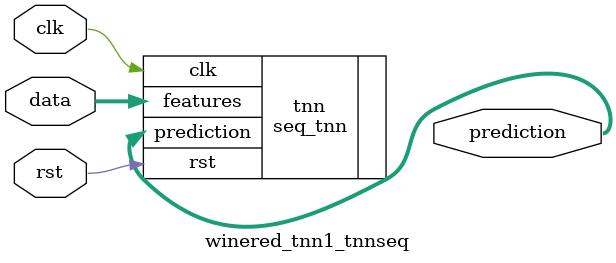
<source format=v>












module winered_tnn1_tnnseq #(

parameter FEAT_CNT = 11,
parameter HIDDEN_CNT = 40,
parameter FEAT_BITS = 4,
parameter CLASS_CNT = 6,
parameter TEST_CNT = 1000




  ) (
  input clk,
  input rst,
  input [FEAT_CNT*FEAT_BITS-1:0] data,
  output [$clog2(CLASS_CNT)-1:0] prediction
  );

  seq_tnn #(
      .FEAT_CNT(FEAT_CNT),.FEAT_BITS(FEAT_BITS),.HIDDEN_CNT(HIDDEN_CNT),.CLASS_CNT(CLASS_CNT),
  .SPARSE_VALS(440'b00000000010001000100001100110110101110100000110011001011000000000000110000000010100011011100011001100001101010101000000000000000110000100000010001100001100010100001100010000000000000101001010000001010100001000000011000110101111000001001000101010100100001110110001000000100011000110000000100000010101110001000100100000011010100000000010000100001001000101000000010000100001000000100101000000000010100000000000101011100101100100101001011000000),
  .MASK(440'b11000101110001000101111100110110111110101010111011111111100000110110110110001110100011011111111011101001101111101111000111000010110000101000010111100001110110101011100110000010011001111011010001001110111111010101111011110101111000101001100111010111101101110111001101011110011100111000110100111010101110001010101110011011010111000000010110110101111000101011001110101110101011010101111010101111011100010101100111011100111101101111001111100001),
  .NONZERO_CNT(640'h09060405080804070806050606080704070707070407060808060a05050608050807060806020707),
  .SPARSE_VALS2(71'b11111010010011110001001011010000111010010110011001101111011010010001010),  // Bits of not-zeroes
  .COL_INDICES(568'h2523211e190e0d0c08060400252421201f1d1916140f0e0c0b070302010027222120170c06012321190e0d0c0908040100231d1c0d0b0a0905271e1d1c1a171612110c04030200), // Column of non-zeros
  .ROW_PTRS(56'h473b2921160e00) // Column of non-zeros // Start indices per row
      ) tnn (
    .clk(clk),
    .rst(rst),
    .features(data),
    .prediction(prediction)
  );

endmodule

</source>
